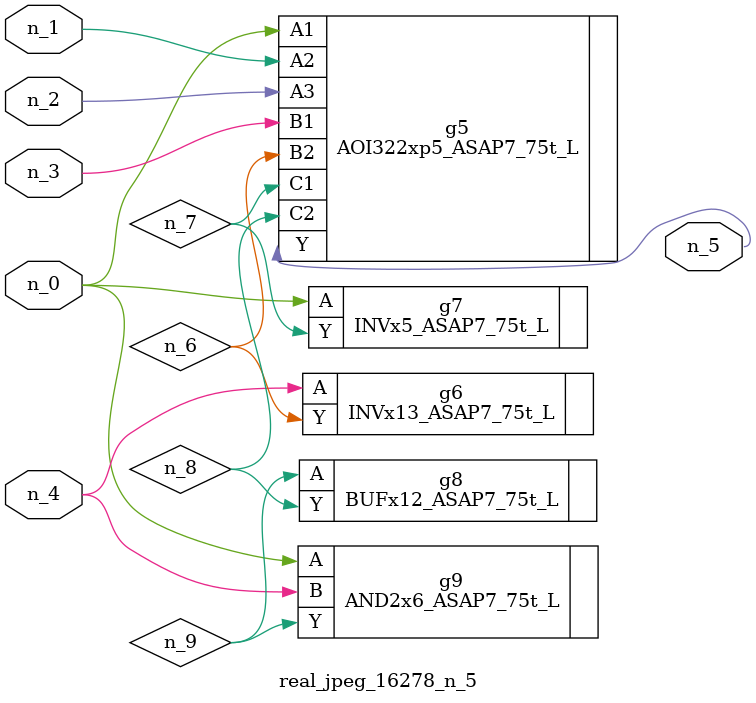
<source format=v>
module real_jpeg_16278_n_5 (n_4, n_0, n_1, n_2, n_3, n_5);

input n_4;
input n_0;
input n_1;
input n_2;
input n_3;

output n_5;

wire n_8;
wire n_6;
wire n_7;
wire n_9;

AOI322xp5_ASAP7_75t_L g5 ( 
.A1(n_0),
.A2(n_1),
.A3(n_2),
.B1(n_3),
.B2(n_6),
.C1(n_7),
.C2(n_8),
.Y(n_5)
);

INVx5_ASAP7_75t_L g7 ( 
.A(n_0),
.Y(n_7)
);

AND2x6_ASAP7_75t_L g9 ( 
.A(n_0),
.B(n_4),
.Y(n_9)
);

INVx13_ASAP7_75t_L g6 ( 
.A(n_4),
.Y(n_6)
);

BUFx12_ASAP7_75t_L g8 ( 
.A(n_9),
.Y(n_8)
);


endmodule
</source>
